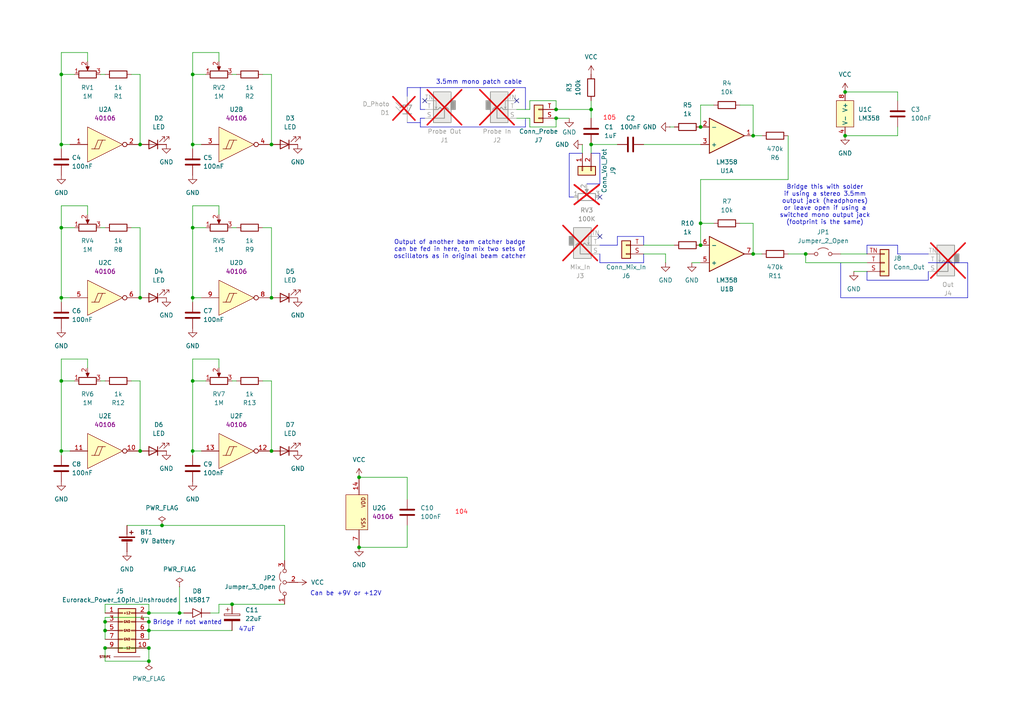
<source format=kicad_sch>
(kicad_sch (version 20250114) (generator "eeschema") (generator_version "9.0")
  (paper "A4")
  (lib_symbols
    (symbol "Conn_01x02_1" (pin_names (offset 1.016) (hide yes))
      (property "Reference" "J9" (at 0 -8.89 0))
      (property "Value" "Conn_Vol_Pot" (at 0 -6.35 0))
      (symbol "Conn_01x02_1_1_1"
        (pin passive line (at -5.08 0 0) (length 3.81) (name "Pin_1") (number "1"))
        (pin passive line (at -5.08 -2.54 0) (length 3.81) (name "Pin_2") (number "2"))
      )
    )
    (symbol "Connector_Audio:AudioJack2_SwitchT"
      (property "Reference" "J" (at 0 8.89 0))
      (property "Value" "AudioJack2_SwitchT" (at 0 6.35 0))
      (symbol "AudioJack2_SwitchT_1_1"
        (pin passive line (at 5.08 2.54 180) (length 2.54) (name "~") (number "S"))
        (pin passive line (at 5.08 0 180) (length 2.54) (name "~") (number "T"))
        (pin passive line (at 5.08 -2.54 180) (length 2.54) (name "~") (number "TN"))
      )
    )
    (symbol "Device:Battery_Cell" (pin_numbers (hide yes)) (pin_names (offset 0) (hide yes))
      (property "Reference" "BT" (at 2.54 2.54 0))
      (property "Value" "Battery_Cell" (at 2.54 0 0))
      (symbol "Battery_Cell_1_1"
        (pin passive line (at 0 5.08 270) (length 2.54) (name "+") (number "1"))
        (pin passive line (at 0 -2.54 90) (length 2.54) (name "-") (number "2"))
      )
    )
    (symbol "Device:C" (pin_numbers (hide yes)) (pin_names (offset 0.254))
      (property "Reference" "C" (at 0.635 2.54 0))
      (property "Value" "C" (at 0.635 -2.54 0))
      (symbol "C_1_1"
        (pin passive line (at 0 3.81 270) (length 2.794) (name "~") (number "1"))
        (pin passive line (at 0 -3.81 90) (length 2.794) (name "~") (number "2"))
      )
    )
    (symbol "Device:C_Polarized" (pin_numbers (hide yes)) (pin_names (offset 0.254))
      (property "Reference" "C" (at 0.635 2.54 0))
      (property "Value" "C_Polarized" (at 0.635 -2.54 0))
      (symbol "C_Polarized_1_1"
        (pin passive line (at 0 3.81 270) (length 2.794) (name "~") (number "1"))
        (pin passive line (at 0 -3.81 90) (length 2.794) (name "~") (number "2"))
      )
    )
    (symbol "Device:D_Photo" (pin_numbers (hide yes)) (pin_names (hide yes))
      (property "Reference" "D" (at 0.508 1.778 0))
      (property "Value" "D_Photo" (at -1.016 -2.794 0))
      (symbol "D_Photo_1_1"
        (pin passive line (at -5.08 0 0) (length 2.54) (name "K") (number "1"))
        (pin passive line (at 2.54 0 180) (length 2.54) (name "A") (number "2"))
      )
    )
    (symbol "Device:LED" (pin_numbers (hide yes)) (pin_names (offset 1.016) (hide yes))
      (property "Reference" "D" (at 0 2.54 0))
      (property "Value" "LED" (at 0 -2.54 0))
      (symbol "LED_1_1"
        (pin passive line (at -3.81 0 0) (length 2.54) (name "K") (number "1"))
        (pin passive line (at 3.81 0 180) (length 2.54) (name "A") (number "2"))
      )
    )
    (symbol "Device:R" (pin_numbers (hide yes)) (pin_names (offset 0))
      (property "Reference" "R" (at 2.032 0 90))
      (property "Value" "R" (at 0 0 90))
      (symbol "R_1_1"
        (pin passive line (at 0 3.81 270) (length 1.27) (name "~") (number "1"))
        (pin passive line (at 0 -3.81 90) (length 1.27) (name "~") (number "2"))
      )
    )
    (symbol "Device:R_Potentiometer" (pin_names (offset 1.016) (hide yes))
      (property "Reference" "RV" (at -4.445 0 90))
      (property "Value" "R_Potentiometer" (at -2.54 0 90))
      (symbol "R_Potentiometer_1_1"
        (pin passive line (at 0 3.81 270) (length 1.27) (name "1") (number "1"))
        (pin passive line (at 0 -3.81 90) (length 1.27) (name "3") (number "3"))
        (pin passive line (at 3.81 0 180) (length 1.27) (name "2") (number "2"))
      )
    )
    (symbol "Jumper:Jumper_2_Open" (pin_numbers (hide yes)) (pin_names (offset 0) (hide yes)) (exclude_from_sim yes)
      (property "Reference" "JP" (at 0 2.794 0))
      (property "Value" "Jumper_2_Open" (at 0 -2.286 0))
      (symbol "Jumper_2_Open_1_1"
        (pin passive line (at -5.08 0 0) (length 2.54) (name "A") (number "1"))
        (pin passive line (at 5.08 0 180) (length 2.54) (name "B") (number "2"))
      )
    )
    (symbol "Jumper:Jumper_3_Open" (pin_names (offset 0) (hide yes)) (exclude_from_sim yes) (in_bom no)
      (property "Reference" "JP" (at -2.54 -2.54 0))
      (property "Value" "Jumper_3_Open" (at 0 2.794 0))
      (symbol "Jumper_3_Open_1_1"
        (pin passive line (at -6.35 0 0) (length 2.54) (name "A") (number "1"))
        (pin passive line (at 0 -3.81 90) (length 2.54) (name "C") (number "2"))
        (pin passive line (at 6.35 0 180) (length 2.54) (name "B") (number "3"))
      )
    )
    (symbol "PCM_4ms_Connector:Conn_01x02" (pin_names (offset 1.016) (hide yes))
      (property "Reference" "J6" (at 0 -8.89 0))
      (property "Value" "Conn_01x02" (at 0 -6.35 0))
      (symbol "Conn_01x02_1_1"
        (pin passive line (at -5.08 0 0) (length 3.81) (name "Pin_1") (number "T"))
        (pin passive line (at -5.08 -2.54 0) (length 3.81) (name "Pin_2") (number "S"))
      )
    )
    (symbol "PCM_4ms_Connector:Conn_01x03" (pin_names (offset 1.016) (hide yes))
      (property "Reference" "J8" (at 2.54 1.2701 0))
      (property "Value" "Conn_Out" (at 2.54 -1.2699 0))
      (symbol "Conn_01x03_1_1"
        (pin passive line (at -5.08 2.54 0) (length 3.81) (name "Pin_1") (number "TN"))
        (pin passive line (at -5.08 0 0) (length 3.81) (name "Pin_2") (number "T"))
        (pin passive line (at -5.08 -2.54 0) (length 3.81) (name "Pin_3") (number "S"))
      )
    )
    (symbol "PCM_4ms_Connector:Eurorack_Power_10pin_Unshrouded" (pin_names (offset 0.0254) (hide yes))
      (property "Reference" "J" (at 0 3.81 0))
      (property "Value" "Eurorack_Power_10pin_Unshrouded" (at 0 6.35 0))
      (symbol "Eurorack_Power_10pin_Unshrouded_0_0"
        (text "STRIPE" (at -6.35 -11.43 0) (effects (font (size 0.635 0.635))))
        (text "+12" (at 0 1.27 0) (effects (font (size 0.635 0.635))))
        (text "GND" (at 0 -1.27 0) (effects (font (size 0.635 0.635))))
        (text "GND" (at 0 -3.81 0) (effects (font (size 0.635 0.635))))
        (text "GND" (at 0 -6.35 0) (effects (font (size 0.635 0.635))))
        (text "-12" (at 0 -8.89 0) (effects (font (size 0.635 0.635))))
      )
      (symbol "Eurorack_Power_10pin_Unshrouded_1_1"
        (pin passive line (at -6.35 1.27 0) (length 3.81) (name "+12V") (number "1"))
        (pin passive line (at -6.35 -1.27 0) (length 3.81) (name "GND") (number "3"))
        (pin passive line (at -6.35 -3.81 0) (length 3.81) (name "GND") (number "5"))
        (pin passive line (at -6.35 -6.35 0) (length 3.81) (name "GND") (number "7"))
        (pin passive line (at -6.35 -8.89 0) (length 3.81) (name "-12V") (number "9"))
        (pin passive line (at 6.35 1.27 180) (length 3.81) (name "+12V") (number "2"))
        (pin passive line (at 6.35 -1.27 180) (length 3.81) (name "GND") (number "4"))
        (pin passive line (at 6.35 -3.81 180) (length 3.81) (name "GND") (number "6"))
        (pin passive line (at 6.35 -6.35 180) (length 3.81) (name "GND") (number "8"))
        (pin passive line (at 6.35 -8.89 180) (length 3.81) (name "-12V") (number "10"))
      )
    )
    (symbol "PCM_4ms_Diode:D_Generic" (pin_numbers (hide yes)) (pin_names (offset 1.016) (hide yes))
      (property "Reference" "D" (at 0 2.54 0))
      (property "Value" "D_Generic" (at 0 -2.54 0))
      (symbol "D_Generic_1_1"
        (pin passive line (at -3.81 0 0) (length 2.54) (name "K") (number "1"))
        (pin passive line (at 3.81 0 180) (length 2.54) (name "A") (number "2"))
      )
    )
    (symbol "PCM_4ms_IC:CD40106BPWR" (pin_names (offset 1.016))
      (property "Reference" "U" (at 0 6.35 0))
      (property "Display" "40106" (at 2.54 3.81 0))
      (symbol "CD40106BPWR_1_0"
        (pin input line (at -10.16 0 0) (length 5.08) (name "I") (number "1"))
        (pin output inverted (at 10.16 0 180) (length 5.08) (name "O") (number "2"))
      )
      (symbol "CD40106BPWR_2_0"
        (pin input line (at -10.16 0 0) (length 5.08) (name "I") (number "3"))
        (pin output inverted (at 10.16 0 180) (length 5.08) (name "O") (number "4"))
      )
      (symbol "CD40106BPWR_3_0"
        (pin input line (at -10.16 0 0) (length 5.08) (name "I") (number "5"))
        (pin output inverted (at 10.16 0 180) (length 5.08) (name "O") (number "6"))
      )
      (symbol "CD40106BPWR_4_0"
        (pin input line (at -10.16 0 0) (length 5.08) (name "I") (number "9"))
        (pin output inverted (at 10.16 0 180) (length 5.08) (name "O") (number "8"))
      )
      (symbol "CD40106BPWR_5_0"
        (pin input line (at -10.16 0 0) (length 5.08) (name "I") (number "11"))
        (pin output inverted (at 10.16 0 180) (length 5.08) (name "O") (number "10"))
      )
      (symbol "CD40106BPWR_6_0"
        (pin input line (at -10.16 0 0) (length 5.08) (name "I") (number "13"))
        (pin output inverted (at 10.16 0 180) (length 5.08) (name "O") (number "12"))
      )
      (symbol "CD40106BPWR_7_0"
        (text "VDD" (at -1.27 0.635 0) (effects (font (size 1.0668 1.0668)) (justify right top)))
        (text "VSS" (at 4.572 0.635 0) (effects (font (size 1.0668 1.0668)) (justify right top)))
        (pin power_in line (at -10.16 0 0) (length 5.08) (name "VDD") (number "14"))
        (pin power_in line (at 10.16 0 180) (length 5.08) (name "VSS") (number "7"))
      )
    )
    (symbol "PCM_4ms_IC:LM358"
      (property "Reference" "U" (at 2.54 5.08 0))
      (property "Value" "LM358" (at 2.54 -3.81 0))
      (symbol "LM358_1_1"
        (pin input line (at -7.62 2.54 0) (length 2.54) (name "+") (number "3"))
        (pin input line (at -7.62 -2.54 0) (length 2.54) (name "-") (number "2"))
        (pin output line (at 7.62 0 180) (length 2.54) (name "~") (number "1"))
      )
      (symbol "LM358_2_1"
        (pin input line (at -7.62 2.54 0) (length 2.54) (name "+") (number "5"))
        (pin input line (at -7.62 -2.54 0) (length 2.54) (name "-") (number "6"))
        (pin output line (at 7.62 0 180) (length 2.54) (name "~") (number "7"))
      )
      (symbol "LM358_3_1"
        (pin power_in line (at 0 6.35 270) (length 2.54) (name "V+") (number "8"))
        (pin power_in line (at 0 -6.35 90) (length 2.54) (name "V-") (number "4"))
      )
    )
    (symbol "power:+12V" (power) (pin_numbers (hide yes)) (pin_names (offset 0) (hide yes))
      (property "Value" "+12V" (at 0 3.556 0))
      (symbol "+12V_1_1"
        (pin power_in line (at 0 0 90) (length 0) (name "~") (number "1"))
      )
    )
    (symbol "power:GND" (power) (pin_numbers (hide yes)) (pin_names (offset 0) (hide yes))
      (property "Value" "GND" (at 0 -3.81 0))
      (symbol "GND_1_1"
        (pin power_in line (at 0 0 270) (length 0) (name "~") (number "1"))
      )
    )
    (symbol "power:PWR_FLAG" (power) (pin_numbers (hide yes)) (pin_names (offset 0) (hide yes))
      (property "Value" "PWR_FLAG" (at 0 3.81 0))
      (symbol "PWR_FLAG_0_0"
        (pin power_out line (at 0 0 90) (length 0) (name "~") (number "1"))
      )
    )
  )
  (text "Output of another beam catcher badge\ncan be fed in here, to mix two sets of\noscillators as in original beam catcher" (at 133.35 72.39 0) (effects (font (size 1.27 1.27))))
  (text "105" (at 176.784 34.29 0) (effects (font (size 1.27 1.27))))
  (text "47uF" (at 71.628 182.626 0) (effects (font (size 1.27 1.27))))
  (text "Bridge if not wanted" (at 54.356 180.594 0) (effects (font (size 1.27 1.27))))
  (text "Bridge this with solder\nif using a stereo 3.5mm\noutput jack (headphones)\nor leave open if using a\nswitched mono output jack\n(footprint is the same)" (at 239.268 59.436 0) (effects (font (size 1.27 1.27))))
  (text "3.5mm mono patch cable" (at 138.938 23.876 0) (effects (font (size 1.27 1.27))))
  (text "104\n" (at 133.858 148.59 0) (effects (font (size 1.27 1.27))))
  (text "Can be +9V or +12V" (at 100.33 172.212 0) (effects (font (size 1.27 1.27))))
  (junction (at 55.88 86.36))
  (junction (at 30.48 182.88))
  (junction (at 104.14 138.43))
  (junction (at 78.74 41.91))
  (junction (at 218.44 73.66))
  (junction (at 17.78 110.49))
  (junction (at 55.88 110.49))
  (junction (at 245.11 39.37))
  (junction (at 245.11 26.67))
  (junction (at 203.2 64.77))
  (junction (at 43.18 182.88))
  (junction (at 55.88 130.81))
  (junction (at 52.07 177.8))
  (junction (at 203.2 71.12))
  (junction (at 40.64 130.81))
  (junction (at 17.78 41.91))
  (junction (at 104.14 158.75))
  (junction (at 46.99 152.4))
  (junction (at 171.45 31.75))
  (junction (at 55.88 66.04))
  (junction (at 17.78 66.04))
  (junction (at 30.48 187.96))
  (junction (at 218.44 39.37))
  (junction (at 67.31 175.26))
  (junction (at 203.2 36.83))
  (junction (at 161.29 34.29))
  (junction (at 233.68 73.66))
  (junction (at 43.18 191.77))
  (junction (at 40.64 86.36))
  (junction (at 171.45 41.91))
  (junction (at 161.29 31.75))
  (junction (at 17.78 21.59))
  (junction (at 55.88 41.91))
  (junction (at 43.18 177.8))
  (junction (at 43.18 187.96))
  (junction (at 55.88 21.59))
  (junction (at 43.18 180.34))
  (junction (at 17.78 86.36))
  (junction (at 78.74 130.81))
  (junction (at 40.64 41.91))
  (junction (at 78.74 86.36))
  (junction (at 30.48 180.34))
  (junction (at 17.78 130.81))
  (no_connect (at 123.19 29.21))
  (no_connect (at 173.99 57.15))
  (no_connect (at 149.86 29.21))
  (no_connect (at 173.99 68.58))
  (wire (pts (xy 17.78 110.49) (xy 21.59 110.49)))
  (wire (pts (xy 55.88 66.04) (xy 59.69 66.04)))
  (wire (pts (xy 149.86 31.75) (xy 153.67 31.75)))
  (polyline (pts (xy 152.4 36.83) (xy 121.92 36.83)))
  (wire (pts (xy 55.88 21.59) (xy 55.88 41.91)))
  (wire (pts (xy 63.5 15.24) (xy 55.88 15.24)))
  (wire (pts (xy 228.6 52.07) (xy 203.2 52.07)))
  (wire (pts (xy 186.69 41.91) (xy 203.2 41.91)))
  (wire (pts (xy 43.18 179.07) (xy 43.18 180.34)))
  (wire (pts (xy 55.88 110.49) (xy 59.69 110.49)))
  (wire (pts (xy 17.78 86.36) (xy 17.78 87.63)))
  (wire (pts (xy 29.21 110.49) (xy 30.48 110.49)))
  (wire (pts (xy 17.78 15.24) (xy 17.78 21.59)))
  (wire (pts (xy 30.48 180.34) (xy 30.48 182.88)))
  (wire (pts (xy 55.88 130.81) (xy 58.42 130.81)))
  (wire (pts (xy 17.78 104.14) (xy 17.78 110.49)))
  (polyline (pts (xy 251.46 78.74) (xy 251.46 81.28)))
  (wire (pts (xy 203.2 30.48) (xy 207.01 30.48)))
  (wire (pts (xy 214.63 30.48) (xy 218.44 30.48)))
  (wire (pts (xy 67.31 175.26) (xy 63.5 175.26)))
  (wire (pts (xy 220.98 73.66) (xy 218.44 73.66)))
  (polyline (pts (xy 121.92 31.75) (xy 123.19 31.75)))
  (wire (pts (xy 63.5 104.14) (xy 55.88 104.14)))
  (wire (pts (xy 17.78 66.04) (xy 21.59 66.04)))
  (wire (pts (xy 193.04 73.66) (xy 186.69 73.66)))
  (polyline (pts (xy 121.92 35.56) (xy 121.92 34.29)))
  (polyline (pts (xy 260.35 71.12) (xy 251.46 71.12)))
  (polyline (pts (xy 121.92 25.4) (xy 121.92 31.75)))
  (wire (pts (xy 38.1 21.59) (xy 40.64 21.59)))
  (wire (pts (xy 17.78 130.81) (xy 20.32 130.81)))
  (wire (pts (xy 78.74 110.49) (xy 78.74 130.81)))
  (polyline (pts (xy 121.92 34.29) (xy 123.19 34.29)))
  (wire (pts (xy 78.74 66.04) (xy 78.74 86.36)))
  (polyline (pts (xy 269.24 76.2) (xy 280.67 76.2)))
  (polyline (pts (xy 179.07 68.58) (xy 186.69 68.58)))
  (wire (pts (xy 153.67 36.83) (xy 161.29 36.83)))
  (polyline (pts (xy 260.35 73.66) (xy 260.35 71.12)))
  (polyline (pts (xy 118.11 27.94) (xy 118.11 25.4)))
  (wire (pts (xy 200.66 76.2) (xy 203.2 76.2)))
  (wire (pts (xy 25.4 15.24) (xy 17.78 15.24)))
  (wire (pts (xy 203.2 71.12) (xy 203.2 64.77)))
  (wire (pts (xy 43.18 191.77) (xy 30.48 191.77)))
  (wire (pts (xy 233.68 76.2) (xy 251.46 76.2)))
  (wire (pts (xy 218.44 30.48) (xy 218.44 39.37)))
  (polyline (pts (xy 121.92 25.4) (xy 152.4 25.4)))
  (wire (pts (xy 153.67 29.21) (xy 161.29 29.21)))
  (wire (pts (xy 82.55 152.4) (xy 46.99 152.4)))
  (wire (pts (xy 25.4 17.78) (xy 25.4 15.24)))
  (wire (pts (xy 55.88 86.36) (xy 55.88 87.63)))
  (wire (pts (xy 63.5 59.69) (xy 55.88 59.69)))
  (wire (pts (xy 203.2 64.77) (xy 207.01 64.77)))
  (wire (pts (xy 220.98 39.37) (xy 218.44 39.37)))
  (wire (pts (xy 43.18 182.88) (xy 43.18 185.42)))
  (wire (pts (xy 245.11 26.67) (xy 260.35 26.67)))
  (polyline (pts (xy 118.11 25.4) (xy 121.92 25.4)))
  (wire (pts (xy 55.88 86.36) (xy 58.42 86.36)))
  (wire (pts (xy 171.45 41.91) (xy 179.07 41.91)))
  (polyline (pts (xy 186.69 73.66) (xy 186.69 76.2)))
  (wire (pts (xy 17.78 21.59) (xy 21.59 21.59)))
  (wire (pts (xy 43.18 177.8) (xy 52.07 177.8)))
  (wire (pts (xy 63.5 106.68) (xy 63.5 104.14)))
  (wire (pts (xy 67.31 110.49) (xy 68.58 110.49)))
  (wire (pts (xy 67.31 66.04) (xy 68.58 66.04)))
  (wire (pts (xy 161.29 31.75) (xy 161.29 29.21)))
  (wire (pts (xy 30.48 182.88) (xy 30.48 185.42)))
  (wire (pts (xy 63.5 17.78) (xy 63.5 15.24)))
  (wire (pts (xy 17.78 59.69) (xy 17.78 66.04)))
  (polyline (pts (xy 173.99 73.66) (xy 173.99 76.2)))
  (wire (pts (xy 118.11 158.75) (xy 118.11 152.4)))
  (wire (pts (xy 43.18 180.34) (xy 43.18 182.88)))
  (wire (pts (xy 25.4 104.14) (xy 17.78 104.14)))
  (wire (pts (xy 38.1 110.49) (xy 40.64 110.49)))
  (polyline (pts (xy 243.84 76.2) (xy 243.84 86.36)))
  (wire (pts (xy 17.78 110.49) (xy 17.78 130.81)))
  (polyline (pts (xy 152.4 34.29) (xy 152.4 36.83)))
  (polyline (pts (xy 166.37 57.15) (xy 165.1 57.15)))
  (polyline (pts (xy 165.1 57.15) (xy 165.1 44.45)))
  (wire (pts (xy 149.86 34.29) (xy 153.67 34.29)))
  (wire (pts (xy 168.91 44.45) (xy 168.91 41.91)))
  (wire (pts (xy 82.55 162.56) (xy 82.55 152.4)))
  (wire (pts (xy 52.07 170.18) (xy 52.07 177.8)))
  (wire (pts (xy 260.35 26.67) (xy 260.35 29.21)))
  (wire (pts (xy 78.74 21.59) (xy 78.74 41.91)))
  (wire (pts (xy 67.31 21.59) (xy 68.58 21.59)))
  (wire (pts (xy 161.29 34.29) (xy 165.1 34.29)))
  (wire (pts (xy 17.78 41.91) (xy 17.78 43.18)))
  (wire (pts (xy 153.67 34.29) (xy 153.67 36.83)))
  (wire (pts (xy 194.31 36.83) (xy 195.58 36.83)))
  (wire (pts (xy 46.99 152.4) (xy 36.83 152.4)))
  (wire (pts (xy 29.21 21.59) (xy 30.48 21.59)))
  (wire (pts (xy 40.64 110.49) (xy 40.64 130.81)))
  (wire (pts (xy 243.84 73.66) (xy 251.46 73.66)))
  (polyline (pts (xy 251.46 81.28) (xy 269.24 81.28)))
  (wire (pts (xy 153.67 31.75) (xy 153.67 29.21)))
  (polyline (pts (xy 170.18 53.34) (xy 173.99 53.34)))
  (polyline (pts (xy 171.45 44.45) (xy 173.99 44.45)))
  (wire (pts (xy 247.65 78.74) (xy 251.46 78.74)))
  (wire (pts (xy 43.18 182.88) (xy 67.31 182.88)))
  (wire (pts (xy 171.45 44.45) (xy 171.45 41.91)))
  (polyline (pts (xy 269.24 73.66) (xy 260.35 73.66)))
  (polyline (pts (xy 243.84 86.36) (xy 280.67 86.36)))
  (wire (pts (xy 30.48 175.26) (xy 43.18 175.26)))
  (wire (pts (xy 193.04 76.2) (xy 193.04 73.66)))
  (wire (pts (xy 55.88 41.91) (xy 55.88 43.18)))
  (wire (pts (xy 171.45 31.75) (xy 171.45 34.29)))
  (wire (pts (xy 76.2 66.04) (xy 78.74 66.04)))
  (wire (pts (xy 161.29 31.75) (xy 171.45 31.75)))
  (wire (pts (xy 30.48 180.34) (xy 30.48 179.07)))
  (wire (pts (xy 260.35 39.37) (xy 245.11 39.37)))
  (wire (pts (xy 76.2 110.49) (xy 78.74 110.49)))
  (polyline (pts (xy 165.1 44.45) (xy 168.91 44.45)))
  (wire (pts (xy 17.78 41.91) (xy 20.32 41.91)))
  (wire (pts (xy 55.88 41.91) (xy 58.42 41.91)))
  (wire (pts (xy 30.48 179.07) (xy 43.18 179.07)))
  (wire (pts (xy 25.4 59.69) (xy 17.78 59.69)))
  (wire (pts (xy 203.2 36.83) (xy 203.2 30.48)))
  (wire (pts (xy 25.4 106.68) (xy 25.4 104.14)))
  (wire (pts (xy 52.07 177.8) (xy 53.34 177.8)))
  (polyline (pts (xy 179.07 71.12) (xy 179.07 68.58)))
  (polyline (pts (xy 186.69 76.2) (xy 173.99 76.2)))
  (wire (pts (xy 76.2 21.59) (xy 78.74 21.59)))
  (wire (pts (xy 38.1 66.04) (xy 40.64 66.04)))
  (polyline (pts (xy 186.69 68.58) (xy 186.69 71.12)))
  (wire (pts (xy 218.44 64.77) (xy 218.44 73.66)))
  (polyline (pts (xy 118.11 35.56) (xy 121.92 35.56)))
  (polyline (pts (xy 269.24 78.74) (xy 269.24 81.28)))
  (wire (pts (xy 17.78 21.59) (xy 17.78 41.91)))
  (polyline (pts (xy 173.99 71.12) (xy 179.07 71.12)))
  (wire (pts (xy 55.88 130.81) (xy 55.88 132.08)))
  (wire (pts (xy 63.5 62.23) (xy 63.5 59.69)))
  (polyline (pts (xy 280.67 76.2) (xy 280.67 86.36)))
  (wire (pts (xy 203.2 52.07) (xy 203.2 64.77)))
  (wire (pts (xy 67.31 175.26) (xy 82.55 175.26)))
  (wire (pts (xy 228.6 39.37) (xy 228.6 52.07)))
  (wire (pts (xy 30.48 187.96) (xy 43.18 187.96)))
  (wire (pts (xy 55.88 104.14) (xy 55.88 110.49)))
  (wire (pts (xy 104.14 158.75) (xy 118.11 158.75)))
  (wire (pts (xy 25.4 62.23) (xy 25.4 59.69)))
  (wire (pts (xy 260.35 36.83) (xy 260.35 39.37)))
  (wire (pts (xy 161.29 34.29) (xy 161.29 36.83)))
  (wire (pts (xy 63.5 177.8) (xy 60.96 177.8)))
  (wire (pts (xy 214.63 64.77) (xy 218.44 64.77)))
  (polyline (pts (xy 152.4 25.4) (xy 152.4 31.75)))
  (wire (pts (xy 55.88 66.04) (xy 55.88 86.36)))
  (wire (pts (xy 118.11 138.43) (xy 118.11 144.78)))
  (wire (pts (xy 17.78 86.36) (xy 20.32 86.36)))
  (wire (pts (xy 17.78 130.81) (xy 17.78 132.08)))
  (wire (pts (xy 43.18 187.96) (xy 43.18 191.77)))
  (wire (pts (xy 40.64 21.59) (xy 40.64 41.91)))
  (wire (pts (xy 30.48 187.96) (xy 30.48 191.77)))
  (wire (pts (xy 29.21 66.04) (xy 30.48 66.04)))
  (wire (pts (xy 104.14 138.43) (xy 118.11 138.43)))
  (polyline (pts (xy 121.92 35.56) (xy 121.92 36.83)))
  (wire (pts (xy 30.48 177.8) (xy 30.48 175.26)))
  (wire (pts (xy 228.6 73.66) (xy 233.68 73.66)))
  (polyline (pts (xy 173.99 53.34) (xy 173.99 44.45)))
  (wire (pts (xy 186.69 71.12) (xy 195.58 71.12)))
  (wire (pts (xy 55.88 21.59) (xy 59.69 21.59)))
  (wire (pts (xy 63.5 175.26) (xy 63.5 177.8)))
  (wire (pts (xy 55.88 110.49) (xy 55.88 130.81)))
  (wire (pts (xy 55.88 15.24) (xy 55.88 21.59)))
  (wire (pts (xy 233.68 73.66) (xy 233.68 76.2)))
  (wire (pts (xy 171.45 29.21) (xy 171.45 31.75)))
  (wire (pts (xy 40.64 66.04) (xy 40.64 86.36)))
  (wire (pts (xy 43.18 175.26) (xy 43.18 177.8)))
  (wire (pts (xy 55.88 59.69) (xy 55.88 66.04)))
  (polyline (pts (xy 251.46 71.12) (xy 251.46 73.66)))
  (wire (pts (xy 17.78 66.04) (xy 17.78 86.36)))
  (symbol (lib_id "Device:R") (at 199.39 71.12 270) (mirror x) (unit 1)
    (property "Reference" "R10" (at 199.39 64.77 90))
    (property "Value" "1k" (at 199.39 67.31 90))
    (property "Footprint" "Resistor_THT:R_Axial_DIN0207_L6.3mm_D2.5mm_P10.16mm_Horizontal" (effects (hide yes)))
    (property "Description" "Resistor" (effects (hide yes)))
  )
  (symbol (lib_id "power:GND") (at 17.78 139.7 0) (unit 1)
    (property "Reference" "#PWR021" (effects (hide yes)))
    (property "Value" "GND" (at 17.78 144.78 0))
    (property "Description" "Power symbol creates a global label with name \"GND\" , ground" (effects (hide yes)))
  )
  (symbol (lib_id "Device:C") (at 118.11 148.59 0) (unit 1)
    (property "Reference" "C10" (at 121.92 147.3199 0) (effects (justify left)))
    (property "Value" "100nF" (at 121.92 149.8599 0) (effects (justify left)))
    (property "Footprint" "Capacitor_THT:C_Axial_L3.8mm_D2.6mm_P7.50mm_Horizontal" (effects (hide yes)))
    (property "Description" "Unpolarized capacitor" (effects (hide yes)))
  )
  (symbol (lib_id "Device:R_Potentiometer") (at 25.4 66.04 90) (unit 1)
    (property "Reference" "RV4" (at 25.4 69.85 90))
    (property "Value" "1M" (at 25.4 72.39 90))
    (property "Footprint" "Potentiometer_THT:Potentiometer_Runtron_RM-065_Vertical" (effects (hide yes)))
    (property "Description" "Potentiometer" (effects (hide yes)))
  )
  (symbol (lib_id "power:+12V") (at 86.36 168.91 270) (unit 1)
    (property "Reference" "#PWR026" (effects (hide yes)))
    (property "Value" "VCC" (at 90.17 168.9099 90) (effects (justify left)))
    (property "Description" "Power symbol creates a global label with name \"+12V\"" (effects (hide yes)))
  )
  (symbol (lib_id "Device:C") (at 17.78 46.99 0) (unit 1)
    (property "Reference" "C4" (at 20.828 45.72 0) (effects (justify left)))
    (property "Value" "100nF" (at 20.828 48.26 0) (effects (justify left)))
    (property "Footprint" "Capacitor_THT:C_Axial_L3.8mm_D2.6mm_P7.50mm_Horizontal" (effects (hide yes)))
    (property "Description" "Unpolarized capacitor" (effects (hide yes)))
    (property "Silkscreen Value" "104" (effects (hide yes)))
  )
  (symbol (lib_id "PCM_4ms_IC:CD40106BPWR") (at 30.48 41.91 0) (unit 1)
    (property "Reference" "U2" (at 30.48 31.75 0))
    (property "Value" "CD40106BPWR" (effects (hide yes)))
    (property "Footprint" "Package_DIP:DIP-14_W7.62mm" (effects (hide yes)))
    (property "Datasheet" "https://www.ti.com/lit/ds/symlink/cd40106b.pdf?HQS=dis-mous-null-mousermode-dsf-pf-null-wwe&ts=1624570529286&ref_url=https%253A%252F%252Fwww.mouser.com%252F" (effects (hide yes)))
    (property "Specifications" "CMOS, Hex Inverting Schmitt Trigger, TSSOP-14" (effects (hide yes)))
    (property "Manufacturer" "Texas Instruments" (effects (hide yes)))
    (property "Part Number" "CD40106BPWR" (effects (hide yes)))
    (property "Manufacturer 2" "Texas Instruments" (effects (hide yes)))
    (property "Part Number 2" "CD40106BPWR" (effects (hide yes)))
    (property "Display" "40106" (at 30.48 34.29 0))
    (property "JLCPCB ID" "C58834" (effects (hide yes)))
  )
  (symbol (lib_id "power:+12V") (at 171.45 21.59 0) (unit 1)
    (property "Reference" "#PWR01" (effects (hide yes)))
    (property "Value" "VCC" (at 171.45 16.51 0))
    (property "Description" "Power symbol creates a global label with name \"+12V\"" (effects (hide yes)))
  )
  (symbol (lib_id "PCM_4ms_IC:CD40106BPWR") (at 68.58 130.81 0) (unit 6)
    (property "Reference" "U2" (at 68.58 120.65 0))
    (property "Value" "CD40106BPWR" (effects (hide yes)))
    (property "Footprint" "Package_DIP:DIP-14_W7.62mm" (effects (hide yes)))
    (property "Datasheet" "https://www.ti.com/lit/ds/symlink/cd40106b.pdf?HQS=dis-mous-null-mousermode-dsf-pf-null-wwe&ts=1624570529286&ref_url=https%253A%252F%252Fwww.mouser.com%252F" (effects (hide yes)))
    (property "Specifications" "CMOS, Hex Inverting Schmitt Trigger, TSSOP-14" (effects (hide yes)))
    (property "Manufacturer" "Texas Instruments" (effects (hide yes)))
    (property "Part Number" "CD40106BPWR" (effects (hide yes)))
    (property "Manufacturer 2" "Texas Instruments" (effects (hide yes)))
    (property "Part Number 2" "CD40106BPWR" (effects (hide yes)))
    (property "Display" "40106" (at 68.58 123.19 0))
    (property "JLCPCB ID" "C58834" (effects (hide yes)))
  )
  (symbol (lib_id "Device:R_Potentiometer") (at 25.4 110.49 90) (unit 1)
    (property "Reference" "RV6" (at 25.4 114.3 90))
    (property "Value" "1M" (at 25.4 116.84 90))
    (property "Footprint" "Potentiometer_THT:Potentiometer_Runtron_RM-065_Vertical" (effects (hide yes)))
    (property "Description" "Potentiometer" (effects (hide yes)))
  )
  (symbol (lib_id "Device:R_Potentiometer") (at 63.5 66.04 90) (unit 1)
    (property "Reference" "RV5" (at 63.5 69.85 90))
    (property "Value" "1M" (at 63.5 72.39 90))
    (property "Footprint" "Potentiometer_THT:Potentiometer_Runtron_RM-065_Vertical" (effects (hide yes)))
    (property "Description" "Potentiometer" (effects (hide yes)))
  )
  (symbol (lib_id "power:GND") (at 48.26 41.91 0) (unit 1)
    (property "Reference" "#PWR05" (effects (hide yes)))
    (property "Value" "GND" (at 48.26 46.99 0))
    (property "Description" "Power symbol creates a global label with name \"GND\" , ground" (effects (hide yes)))
  )
  (symbol (lib_id "Device:LED") (at 82.55 86.36 180) (unit 1)
    (property "Reference" "D5" (at 84.1375 78.74 0))
    (property "Value" "LED" (at 84.1375 81.28 0))
    (property "Footprint" "LED_THT:LED_D5.0mm" (effects (hide yes)))
    (property "Description" "Light emitting diode" (effects (hide yes)))
    (property "Sim.Pins" "1=K 2=A" (effects (hide yes)))
  )
  (symbol (lib_id "power:PWR_FLAG") (at 43.18 191.77 180) (unit 1)
    (property "Reference" "#FLG03" (effects (hide yes)))
    (property "Value" "PWR_FLAG" (at 43.18 196.85 0))
    (property "Description" "Special symbol for telling ERC where power comes from" (effects (hide yes)))
  )
  (symbol (lib_id "PCM_4ms_IC:CD40106BPWR") (at 30.48 130.81 0) (unit 5)
    (property "Reference" "U2" (at 30.48 120.65 0))
    (property "Value" "CD40106BPWR" (effects (hide yes)))
    (property "Footprint" "Package_DIP:DIP-14_W7.62mm" (effects (hide yes)))
    (property "Datasheet" "https://www.ti.com/lit/ds/symlink/cd40106b.pdf?HQS=dis-mous-null-mousermode-dsf-pf-null-wwe&ts=1624570529286&ref_url=https%253A%252F%252Fwww.mouser.com%252F" (effects (hide yes)))
    (property "Specifications" "CMOS, Hex Inverting Schmitt Trigger, TSSOP-14" (effects (hide yes)))
    (property "Manufacturer" "Texas Instruments" (effects (hide yes)))
    (property "Part Number" "CD40106BPWR" (effects (hide yes)))
    (property "Manufacturer 2" "Texas Instruments" (effects (hide yes)))
    (property "Part Number 2" "CD40106BPWR" (effects (hide yes)))
    (property "Display" "40106" (at 30.48 123.19 0))
    (property "JLCPCB ID" "C58834" (effects (hide yes)))
  )
  (symbol (lib_id "PCM_4ms_IC:LM358") (at 245.11 33.02 0) (unit 3)
    (property "Reference" "U1" (at 248.92 31.7499 0) (effects (justify left)))
    (property "Value" "LM358" (at 248.92 34.2899 0) (effects (justify left)))
    (property "Footprint" "Package_DIP:DIP-8_W7.62mm" (effects (hide yes)))
    (property "Description" "LM358 Dual Opamp TSSOP-8" (effects (hide yes)))
    (property "Specifications" "LM358 Dual Opamp" (effects (hide yes)))
    (property "JLCPCB ID" "C7951" (effects (hide yes)))
  )
  (symbol (lib_id "Device:R") (at 34.29 66.04 90) (mirror x) (unit 1)
    (property "Reference" "R8" (at 34.29 72.39 90))
    (property "Value" "1k" (at 34.29 69.85 90))
    (property "Footprint" "Resistor_THT:R_Axial_DIN0207_L6.3mm_D2.5mm_P10.16mm_Horizontal" (effects (hide yes)))
    (property "Description" "Resistor" (effects (hide yes)))
  )
  (symbol (lib_id "Device:LED") (at 82.55 130.81 180) (unit 1)
    (property "Reference" "D7" (at 84.1375 123.19 0))
    (property "Value" "LED" (at 84.1375 125.73 0))
    (property "Footprint" "LED_THT:LED_D5.0mm" (effects (hide yes)))
    (property "Description" "Light emitting diode" (effects (hide yes)))
    (property "Sim.Pins" "1=K 2=A" (effects (hide yes)))
  )
  (symbol (lib_name "Conn_01x02_1") (lib_id "PCM_4ms_Connector:Conn_01x02") (at 168.91 49.53 90) (mirror x) (unit 1)
    (property "Reference" "J9" (at 177.8 49.53 0))
    (property "Value" "Conn_Vol_Pot" (at 175.26 49.53 0))
    (property "Footprint" "Connector_PinHeader_2.54mm:PinHeader_1x02_P2.54mm_Vertical" (effects (hide yes)))
    (property "Description" "HEADER 1x2 MALE PINS 0.100” 180deg" (effects (hide yes)))
    (property "Specifications" "Pins_01x02, Header, Male Pins, 1*2, spacing 2.54mm, straight pin" (effects (hide yes)))
    (property "Manufacturer" "TAD" (effects (hide yes)))
    (property "Part Number" "1-0201FBV0T" (effects (hide yes)))
  )
  (symbol (lib_id "PCM_4ms_IC:LM358") (at 210.82 39.37 0) (mirror x) (unit 1)
    (property "Reference" "U1" (at 210.82 49.53 0))
    (property "Value" "LM358" (at 210.82 46.99 0))
    (property "Footprint" "Package_DIP:DIP-8_W7.62mm" (effects (hide yes)))
    (property "Description" "LM358 Dual Opamp TSSOP-8" (effects (hide yes)))
    (property "Specifications" "LM358 Dual Opamp" (effects (hide yes)))
    (property "JLCPCB ID" "C7951" (effects (hide yes)))
  )
  (symbol (lib_id "Connector_Audio:AudioJack2_SwitchT") (at 168.91 71.12 0) (mirror x) (unit 1) (dnp yes)
    (property "Reference" "J3" (at 168.275 80.01 0))
    (property "Value" "Mix_In" (at 168.275 77.47 0))
    (property "Footprint" "Library:Faceplate_Hole_Jack_3.5mm_NoPadNumber" (effects (hide yes)))
    (property "Description" "Audio Jack, 2 Poles (Mono / TS), Switched T Pole (Normalling)" (effects (hide yes)))
  )
  (symbol (lib_id "power:GND") (at 55.88 50.8 0) (unit 1)
    (property "Reference" "#PWR09" (effects (hide yes)))
    (property "Value" "GND" (at 55.88 55.88 0))
    (property "Description" "Power symbol creates a global label with name \"GND\" , ground" (effects (hide yes)))
  )
  (symbol (lib_id "Device:C") (at 260.35 33.02 0) (unit 1)
    (property "Reference" "C3" (at 264.16 31.7499 0) (effects (justify left)))
    (property "Value" "100nF" (at 264.16 34.2899 0) (effects (justify left)))
    (property "Footprint" "Capacitor_THT:C_Axial_L3.8mm_D2.6mm_P7.50mm_Horizontal" (effects (hide yes)))
    (property "Description" "Unpolarized capacitor" (effects (hide yes)))
  )
  (symbol (lib_id "PCM_4ms_Connector:Conn_01x02") (at 181.61 71.12 0) (mirror y) (unit 1)
    (property "Reference" "J6" (at 181.61 80.01 0))
    (property "Value" "Conn_Mix_In" (at 181.61 77.47 0))
    (property "Footprint" "Connector_PinHeader_2.54mm:PinHeader_1x02_P2.54mm_Vertical" (effects (hide yes)))
    (property "Description" "HEADER 1x2 MALE PINS 0.100” 180deg" (effects (hide yes)))
    (property "Specifications" "Pins_01x02, Header, Male Pins, 1*2, spacing 2.54mm, straight pin" (effects (hide yes)))
    (property "Manufacturer" "TAD" (effects (hide yes)))
    (property "Part Number" "1-0201FBV0T" (effects (hide yes)))
  )
  (symbol (lib_id "Device:R_Potentiometer") (at 63.5 110.49 90) (unit 1)
    (property "Reference" "RV7" (at 63.5 114.3 90))
    (property "Value" "1M" (at 63.5 116.84 90))
    (property "Footprint" "Potentiometer_THT:Potentiometer_Runtron_RM-065_Vertical" (effects (hide yes)))
    (property "Description" "Potentiometer" (effects (hide yes)))
  )
  (symbol (lib_id "Device:R") (at 72.39 21.59 90) (mirror x) (unit 1)
    (property "Reference" "R2" (at 72.39 27.94 90))
    (property "Value" "1k" (at 72.39 25.4 90))
    (property "Footprint" "Resistor_THT:R_Axial_DIN0207_L6.3mm_D2.5mm_P10.16mm_Horizontal" (effects (hide yes)))
    (property "Description" "Resistor" (effects (hide yes)))
  )
  (symbol (lib_id "Device:R") (at 34.29 110.49 90) (mirror x) (unit 1)
    (property "Reference" "R12" (at 34.29 116.84 90))
    (property "Value" "1k" (at 34.29 114.3 90))
    (property "Footprint" "Resistor_THT:R_Axial_DIN0207_L6.3mm_D2.5mm_P10.16mm_Horizontal" (effects (hide yes)))
    (property "Description" "Resistor" (effects (hide yes)))
  )
  (symbol (lib_id "Device:R") (at 199.39 36.83 270) (mirror x) (unit 1)
    (property "Reference" "R5" (at 199.39 30.48 90))
    (property "Value" "1k" (at 199.39 33.02 90))
    (property "Footprint" "Resistor_THT:R_Axial_DIN0207_L6.3mm_D2.5mm_P10.16mm_Horizontal" (effects (hide yes)))
    (property "Description" "Resistor" (effects (hide yes)))
  )
  (symbol (lib_id "PCM_4ms_Connector:Conn_01x03") (at 256.54 76.2 0) (unit 1)
    (property "Reference" "J8" (at 259.08 74.9299 0) (effects (justify left)))
    (property "Value" "Conn_Out" (at 259.08 77.4699 0) (effects (justify left)))
    (property "Footprint" "Connector_PinHeader_2.54mm:PinHeader_1x03_P2.54mm_Vertical" (effects (hide yes)))
    (property "Description" "HEADER 1x3 MALE PINS 0.100” 180deg" (effects (hide yes)))
    (property "Specifications" "HEADER 1x3 MALE PINS 0.100” 180deg" (effects (hide yes)))
    (property "Manufacturer" "TAD" (effects (hide yes)))
    (property "Part Number" "1-0301FBV0T" (effects (hide yes)))
  )
  (symbol (lib_id "power:+12V") (at 104.14 138.43 0) (unit 1)
    (property "Reference" "#PWR020" (effects (hide yes)))
    (property "Value" "VCC" (at 104.14 133.35 0))
    (property "Description" "Power symbol creates a global label with name \"+12V\"" (effects (hide yes)))
  )
  (symbol (lib_id "Device:R_Potentiometer") (at 63.5 21.59 90) (unit 1)
    (property "Reference" "RV2" (at 63.5 25.4 90))
    (property "Value" "1M" (at 63.5 27.94 90))
    (property "Footprint" "Potentiometer_THT:Potentiometer_Runtron_RM-065_Vertical" (effects (hide yes)))
    (property "Description" "Potentiometer" (effects (hide yes)))
  )
  (symbol (lib_id "PCM_4ms_IC:LM358") (at 210.82 73.66 0) (mirror x) (unit 2)
    (property "Reference" "U1" (at 210.82 83.82 0))
    (property "Value" "LM358" (at 210.82 81.28 0))
    (property "Footprint" "Package_DIP:DIP-8_W7.62mm" (effects (hide yes)))
    (property "Description" "LM358 Dual Opamp TSSOP-8" (effects (hide yes)))
    (property "Specifications" "LM358 Dual Opamp" (effects (hide yes)))
    (property "JLCPCB ID" "C7951" (effects (hide yes)))
  )
  (symbol (lib_id "power:GND") (at 194.31 36.83 270) (unit 1)
    (property "Reference" "#PWR03" (effects (hide yes)))
    (property "Value" "GND" (at 190.5 36.8299 90) (effects (justify right)))
    (property "Description" "Power symbol creates a global label with name \"GND\" , ground" (effects (hide yes)))
  )
  (symbol (lib_id "Device:C") (at 182.88 41.91 90) (unit 1)
    (property "Reference" "C2" (at 182.88 34.29 90))
    (property "Value" "100nF" (at 182.88 36.83 90))
    (property "Footprint" "Capacitor_THT:C_Axial_L3.8mm_D2.6mm_P7.50mm_Horizontal" (effects (hide yes)))
    (property "Description" "Unpolarized capacitor" (effects (hide yes)))
    (property "Silkscreen Value" "104" (effects (hide yes)))
  )
  (symbol (lib_id "power:GND") (at 104.14 158.75 0) (unit 1)
    (property "Reference" "#PWR024" (effects (hide yes)))
    (property "Value" "GND" (at 104.14 163.83 0))
    (property "Description" "Power symbol creates a global label with name \"GND\" , ground" (effects (hide yes)))
  )
  (symbol (lib_id "Device:R") (at 34.29 21.59 90) (mirror x) (unit 1)
    (property "Reference" "R1" (at 34.29 27.94 90))
    (property "Value" "1k" (at 34.29 25.4 90))
    (property "Footprint" "Resistor_THT:R_Axial_DIN0207_L6.3mm_D2.5mm_P10.16mm_Horizontal" (effects (hide yes)))
    (property "Description" "Resistor" (effects (hide yes)))
  )
  (symbol (lib_id "Jumper:Jumper_3_Open") (at 82.55 168.91 90) (unit 1) (in_bom no)
    (property "Reference" "JP2" (at 80.01 167.6399 90) (effects (justify left)))
    (property "Value" "Jumper_3_Open" (at 80.01 170.1799 90) (effects (justify left)))
    (property "Footprint" "Jumper:SolderJumper-3_P1.3mm_Open_RoundedPad1.0x1.5mm" (effects (hide yes)))
    (property "Description" "Jumper, 3-pole, both open" (effects (hide yes)))
  )
  (symbol (lib_id "Device:R") (at 210.82 64.77 90) (unit 1)
    (property "Reference" "R7" (at 210.82 58.42 90))
    (property "Value" "10k" (at 210.82 60.96 90))
    (property "Footprint" "Resistor_THT:R_Axial_DIN0207_L6.3mm_D2.5mm_P10.16mm_Horizontal" (effects (hide yes)))
    (property "Description" "Resistor" (effects (hide yes)))
  )
  (symbol (lib_id "Connector_Audio:AudioJack2_SwitchT") (at 128.27 31.75 180) (unit 1) (on_board no) (dnp yes)
    (property "Reference" "J1" (at 128.905 40.64 0))
    (property "Value" "Probe Out" (at 128.905 38.1 0))
    (property "Description" "Audio Jack, 2 Poles (Mono / TS), Switched T Pole (Normalling)" (effects (hide yes)))
  )
  (symbol (lib_id "power:GND") (at 48.26 86.36 0) (unit 1)
    (property "Reference" "#PWR014" (effects (hide yes)))
    (property "Value" "GND" (at 48.26 91.44 0))
    (property "Description" "Power symbol creates a global label with name \"GND\" , ground" (effects (hide yes)))
  )
  (symbol (lib_id "power:GND") (at 55.88 139.7 0) (unit 1)
    (property "Reference" "#PWR022" (effects (hide yes)))
    (property "Value" "GND" (at 55.88 144.78 0))
    (property "Description" "Power symbol creates a global label with name \"GND\" , ground" (effects (hide yes)))
  )
  (symbol (lib_id "Connector_Audio:AudioJack2_SwitchT") (at 144.78 31.75 0) (mirror x) (unit 1) (dnp yes)
    (property "Reference" "J2" (at 144.145 40.64 0))
    (property "Value" "Probe In" (at 144.145 38.1 0))
    (property "Footprint" "Library:Faceplate_Hole_Jack_3.5mm_NoPadNumber" (effects (hide yes)))
    (property "Description" "Audio Jack, 2 Poles (Mono / TS), Switched T Pole (Normalling)" (effects (hide yes)))
  )
  (symbol (lib_id "Device:C_Polarized") (at 67.31 179.07 0) (unit 1)
    (property "Reference" "C11" (at 71.12 176.9109 0) (effects (justify left)))
    (property "Value" "22uF" (at 71.12 179.4509 0) (effects (justify left)))
    (property "Footprint" "Capacitor_THT:CP_Radial_D5.0mm_P2.50mm" (effects (hide yes)))
    (property "Description" "Polarized capacitor" (effects (hide yes)))
  )
  (symbol (lib_id "Device:R") (at 72.39 66.04 90) (mirror x) (unit 1)
    (property "Reference" "R9" (at 72.39 72.39 90))
    (property "Value" "1k" (at 72.39 69.85 90))
    (property "Footprint" "Resistor_THT:R_Axial_DIN0207_L6.3mm_D2.5mm_P10.16mm_Horizontal" (effects (hide yes)))
    (property "Description" "Resistor" (effects (hide yes)))
  )
  (symbol (lib_id "power:GND") (at 86.36 41.91 0) (unit 1)
    (property "Reference" "#PWR06" (effects (hide yes)))
    (property "Value" "GND" (at 86.36 46.99 0))
    (property "Description" "Power symbol creates a global label with name \"GND\" , ground" (effects (hide yes)))
  )
  (symbol (lib_id "power:GND") (at 48.26 130.81 0) (unit 1)
    (property "Reference" "#PWR018" (effects (hide yes)))
    (property "Value" "GND" (at 48.26 135.89 0))
    (property "Description" "Power symbol creates a global label with name \"GND\" , ground" (effects (hide yes)))
  )
  (symbol (lib_id "power:GND") (at 17.78 95.25 0) (unit 1)
    (property "Reference" "#PWR016" (effects (hide yes)))
    (property "Value" "GND" (at 17.78 100.33 0))
    (property "Description" "Power symbol creates a global label with name \"GND\" , ground" (effects (hide yes)))
  )
  (symbol (lib_id "power:GND") (at 165.1 34.29 0) (unit 1)
    (property "Reference" "#PWR02" (effects (hide yes)))
    (property "Value" "GND" (at 165.1 38.354 0))
    (property "Description" "Power symbol creates a global label with name \"GND\" , ground" (effects (hide yes)))
  )
  (symbol (lib_id "PCM_4ms_IC:CD40106BPWR") (at 68.58 86.36 0) (unit 4)
    (property "Reference" "U2" (at 68.58 76.2 0))
    (property "Value" "CD40106BPWR" (effects (hide yes)))
    (property "Footprint" "Package_DIP:DIP-14_W7.62mm" (effects (hide yes)))
    (property "Datasheet" "https://www.ti.com/lit/ds/symlink/cd40106b.pdf?HQS=dis-mous-null-mousermode-dsf-pf-null-wwe&ts=1624570529286&ref_url=https%253A%252F%252Fwww.mouser.com%252F" (effects (hide yes)))
    (property "Specifications" "CMOS, Hex Inverting Schmitt Trigger, TSSOP-14" (effects (hide yes)))
    (property "Manufacturer" "Texas Instruments" (effects (hide yes)))
    (property "Part Number" "CD40106BPWR" (effects (hide yes)))
    (property "Manufacturer 2" "Texas Instruments" (effects (hide yes)))
    (property "Part Number 2" "CD40106BPWR" (effects (hide yes)))
    (property "Display" "40106" (at 68.58 78.74 0))
    (property "JLCPCB ID" "C58834" (effects (hide yes)))
  )
  (symbol (lib_id "Device:R") (at 224.79 39.37 90) (mirror x) (unit 1)
    (property "Reference" "R6" (at 224.79 45.72 90))
    (property "Value" "470k" (at 224.79 43.18 90))
    (property "Footprint" "Resistor_THT:R_Axial_DIN0207_L6.3mm_D2.5mm_P10.16mm_Horizontal" (effects (hide yes)))
    (property "Description" "Resistor" (effects (hide yes)))
  )
  (symbol (lib_id "power:GND") (at 17.78 50.8 0) (unit 1)
    (property "Reference" "#PWR08" (effects (hide yes)))
    (property "Value" "GND" (at 17.78 55.88 0))
    (property "Description" "Power symbol creates a global label with name \"GND\" , ground" (effects (hide yes)))
  )
  (symbol (lib_id "Device:C") (at 55.88 46.99 0) (unit 1)
    (property "Reference" "C5" (at 58.928 45.72 0) (effects (justify left)))
    (property "Value" "100nF" (at 58.928 48.26 0) (effects (justify left)))
    (property "Footprint" "Capacitor_THT:C_Axial_L3.8mm_D2.6mm_P7.50mm_Horizontal" (effects (hide yes)))
    (property "Description" "Unpolarized capacitor" (effects (hide yes)))
    (property "Silkscreen Value" "104" (effects (hide yes)))
  )
  (symbol (lib_id "Device:C") (at 55.88 135.89 0) (unit 1)
    (property "Reference" "C9" (at 58.928 134.62 0) (effects (justify left)))
    (property "Value" "100nF" (at 58.928 137.16 0) (effects (justify left)))
    (property "Footprint" "Capacitor_THT:C_Axial_L3.8mm_D2.6mm_P7.50mm_Horizontal" (effects (hide yes)))
    (property "Description" "Unpolarized capacitor" (effects (hide yes)))
    (property "Silkscreen Value" "104" (effects (hide yes)))
  )
  (symbol (lib_id "Device:Battery_Cell") (at 36.83 157.48 0) (unit 1)
    (property "Reference" "BT1" (at 40.64 154.3684 0) (effects (justify left)))
    (property "Value" "9V Battery" (at 40.64 156.9084 0) (effects (justify left)))
    (property "Footprint" "Connector_PinHeader_2.54mm:PinHeader_1x02_P2.54mm_Vertical" (effects (hide yes)))
    (property "Description" "Single-cell battery" (effects (hide yes)))
  )
  (symbol (lib_id "Device:R") (at 224.79 73.66 90) (mirror x) (unit 1)
    (property "Reference" "R11" (at 224.79 80.01 90))
    (property "Value" "470k" (at 224.79 77.47 90))
    (property "Footprint" "Resistor_THT:R_Axial_DIN0207_L6.3mm_D2.5mm_P10.16mm_Horizontal" (effects (hide yes)))
    (property "Description" "Resistor" (effects (hide yes)))
  )
  (symbol (lib_id "Device:R_Potentiometer") (at 170.18 57.15 90) (unit 1) (dnp yes)
    (property "Reference" "RV3" (at 170.18 60.96 90))
    (property "Value" "100K" (at 170.18 63.5 90))
    (property "Footprint" "Library:Faceplate_Hole_Jack_3.5mm_NoPadNumber" (effects (hide yes)))
    (property "Description" "Potentiometer" (effects (hide yes)))
  )
  (symbol (lib_id "Device:LED") (at 44.45 41.91 180) (unit 1)
    (property "Reference" "D2" (at 46.0375 34.29 0))
    (property "Value" "LED" (at 46.0375 36.83 0))
    (property "Footprint" "LED_THT:LED_D5.0mm" (effects (hide yes)))
    (property "Description" "Light emitting diode" (effects (hide yes)))
    (property "Sim.Pins" "1=K 2=A" (effects (hide yes)))
  )
  (symbol (lib_id "power:PWR_FLAG") (at 46.99 152.4 0) (unit 1)
    (property "Reference" "#FLG01" (effects (hide yes)))
    (property "Value" "PWR_FLAG" (at 46.99 147.32 0))
    (property "Description" "Special symbol for telling ERC where power comes from" (effects (hide yes)))
  )
  (symbol (lib_id "power:GND") (at 200.66 76.2 0) (unit 1)
    (property "Reference" "#PWR012" (effects (hide yes)))
    (property "Value" "GND" (at 200.66 81.28 0))
    (property "Description" "Power symbol creates a global label with name \"GND\" , ground" (effects (hide yes)))
  )
  (symbol (lib_id "Jumper:Jumper_2_Open") (at 238.76 73.66 0) (unit 1)
    (property "Reference" "JP1" (at 238.76 67.31 0))
    (property "Value" "Jumper_2_Open" (at 238.76 69.85 0))
    (property "Footprint" "Jumper:SolderJumper-2_P1.3mm_Open_RoundedPad1.0x1.5mm" (effects (hide yes)))
    (property "Description" "Jumper, 2-pole, open" (effects (hide yes)))
  )
  (symbol (lib_id "Device:C") (at 55.88 91.44 0) (unit 1)
    (property "Reference" "C7" (at 58.928 90.17 0) (effects (justify left)))
    (property "Value" "100nF" (at 58.928 92.71 0) (effects (justify left)))
    (property "Footprint" "Capacitor_THT:C_Axial_L3.8mm_D2.6mm_P7.50mm_Horizontal" (effects (hide yes)))
    (property "Description" "Unpolarized capacitor" (effects (hide yes)))
    (property "Silkscreen Value" "104" (effects (hide yes)))
  )
  (symbol (lib_id "power:GND") (at 245.11 39.37 0) (unit 1)
    (property "Reference" "#PWR010" (effects (hide yes)))
    (property "Value" "GND" (at 245.11 44.45 0))
    (property "Description" "Power symbol creates a global label with name \"GND\" , ground" (effects (hide yes)))
  )
  (symbol (lib_id "power:GND") (at 193.04 76.2 0) (unit 1)
    (property "Reference" "#PWR011" (effects (hide yes)))
    (property "Value" "GND" (at 193.04 81.28 0))
    (property "Description" "Power symbol creates a global label with name \"GND\" , ground" (effects (hide yes)))
  )
  (symbol (lib_id "PCM_4ms_IC:CD40106BPWR") (at 30.48 86.36 0) (unit 3)
    (property "Reference" "U2" (at 30.48 76.2 0))
    (property "Value" "CD40106BPWR" (effects (hide yes)))
    (property "Footprint" "Package_DIP:DIP-14_W7.62mm" (effects (hide yes)))
    (property "Datasheet" "https://www.ti.com/lit/ds/symlink/cd40106b.pdf?HQS=dis-mous-null-mousermode-dsf-pf-null-wwe&ts=1624570529286&ref_url=https%253A%252F%252Fwww.mouser.com%252F" (effects (hide yes)))
    (property "Specifications" "CMOS, Hex Inverting Schmitt Trigger, TSSOP-14" (effects (hide yes)))
    (property "Manufacturer" "Texas Instruments" (effects (hide yes)))
    (property "Part Number" "CD40106BPWR" (effects (hide yes)))
    (property "Manufacturer 2" "Texas Instruments" (effects (hide yes)))
    (property "Part Number 2" "CD40106BPWR" (effects (hide yes)))
    (property "Display" "40106" (at 30.48 78.74 0))
    (property "JLCPCB ID" "C58834" (effects (hide yes)))
  )
  (symbol (lib_id "Device:C") (at 17.78 91.44 0) (unit 1)
    (property "Reference" "C6" (at 20.828 90.17 0) (effects (justify left)))
    (property "Value" "100nF" (at 20.828 92.71 0) (effects (justify left)))
    (property "Footprint" "Capacitor_THT:C_Axial_L3.8mm_D2.6mm_P7.50mm_Horizontal" (effects (hide yes)))
    (property "Description" "Unpolarized capacitor" (effects (hide yes)))
    (property "Silkscreen Value" "104" (effects (hide yes)))
  )
  (symbol (lib_id "PCM_4ms_Diode:D_Generic") (at 57.15 177.8 180) (unit 1)
    (property "Reference" "D8" (at 57.15 171.45 0))
    (property "Value" "1N5817" (at 57.15 173.99 0))
    (property "Footprint" "Diode_THT:D_DO-41_SOD81_P3.81mm_Vertical_AnodeUp" (effects (hide yes)))
    (property "Description" "Diode" (effects (hide yes)))
  )
  (symbol (lib_id "power:PWR_FLAG") (at 52.07 170.18 0) (unit 1)
    (property "Reference" "#FLG02" (effects (hide yes)))
    (property "Value" "PWR_FLAG" (at 52.07 165.1 0))
    (property "Description" "Special symbol for telling ERC where power comes from" (effects (hide yes)))
  )
  (symbol (lib_id "PCM_4ms_Connector:Conn_01x02") (at 156.21 31.75 0) (mirror y) (unit 1)
    (property "Reference" "J7" (at 156.21 40.64 0))
    (property "Value" "Conn_Probe" (at 156.21 38.1 0))
    (property "Footprint" "Connector_PinHeader_2.54mm:PinHeader_1x02_P2.54mm_Vertical" (effects (hide yes)))
    (property "Description" "HEADER 1x2 MALE PINS 0.100” 180deg" (effects (hide yes)))
    (property "Specifications" "Pins_01x02, Header, Male Pins, 1*2, spacing 2.54mm, straight pin" (effects (hide yes)))
    (property "Manufacturer" "TAD" (effects (hide yes)))
    (property "Part Number" "1-0201FBV0T" (effects (hide yes)))
  )
  (symbol (lib_id "power:GND") (at 55.88 95.25 0) (unit 1)
    (property "Reference" "#PWR017" (effects (hide yes)))
    (property "Value" "GND" (at 55.88 100.33 0))
    (property "Description" "Power symbol creates a global label with name \"GND\" , ground" (effects (hide yes)))
  )
  (symbol (lib_id "PCM_4ms_IC:CD40106BPWR") (at 68.58 41.91 0) (unit 2)
    (property "Reference" "U2" (at 68.58 31.75 0))
    (property "Value" "CD40106BPWR" (effects (hide yes)))
    (property "Footprint" "Package_DIP:DIP-14_W7.62mm" (effects (hide yes)))
    (property "Datasheet" "https://www.ti.com/lit/ds/symlink/cd40106b.pdf?HQS=dis-mous-null-mousermode-dsf-pf-null-wwe&ts=1624570529286&ref_url=https%253A%252F%252Fwww.mouser.com%252F" (effects (hide yes)))
    (property "Specifications" "CMOS, Hex Inverting Schmitt Trigger, TSSOP-14" (effects (hide yes)))
    (property "Manufacturer" "Texas Instruments" (effects (hide yes)))
    (property "Part Number" "CD40106BPWR" (effects (hide yes)))
    (property "Manufacturer 2" "Texas Instruments" (effects (hide yes)))
    (property "Part Number 2" "CD40106BPWR" (effects (hide yes)))
    (property "Display" "40106" (at 68.58 34.29 0))
    (property "JLCPCB ID" "C58834" (effects (hide yes)))
  )
  (symbol (lib_id "power:GND") (at 86.36 86.36 0) (unit 1)
    (property "Reference" "#PWR015" (effects (hide yes)))
    (property "Value" "GND" (at 86.36 91.44 0))
    (property "Description" "Power symbol creates a global label with name \"GND\" , ground" (effects (hide yes)))
  )
  (symbol (lib_id "Device:D_Photo") (at 118.11 30.48 90) (unit 1) (on_board no) (dnp yes)
    (property "Reference" "D1" (at 113.03 32.7026 90) (effects (justify left)))
    (property "Value" "D_Photo" (at 113.03 30.1626 90) (effects (justify left)))
    (property "Description" "Photodiode" (effects (hide yes)))
  )
  (symbol (lib_id "Device:LED") (at 44.45 86.36 180) (unit 1)
    (property "Reference" "D4" (at 46.0375 78.74 0))
    (property "Value" "LED" (at 46.0375 81.28 0))
    (property "Footprint" "LED_THT:LED_D5.0mm" (effects (hide yes)))
    (property "Description" "Light emitting diode" (effects (hide yes)))
    (property "Sim.Pins" "1=K 2=A" (effects (hide yes)))
  )
  (symbol (lib_id "Connector_Audio:AudioJack2_SwitchT") (at 274.32 76.2 180) (unit 1) (dnp yes)
    (property "Reference" "J4" (at 274.955 85.09 0))
    (property "Value" "Out" (at 274.955 82.55 0))
    (property "Footprint" "Library:Faceplate_Hole_Jack_3.5mm_NoPadNumber" (effects (hide yes)))
    (property "Description" "Audio Jack, 2 Poles (Mono / TS), Switched T Pole (Normalling)" (effects (hide yes)))
  )
  (symbol (lib_id "Device:LED") (at 44.45 130.81 180) (unit 1)
    (property "Reference" "D6" (at 46.0375 123.19 0))
    (property "Value" "LED" (at 46.0375 125.73 0))
    (property "Footprint" "LED_THT:LED_D5.0mm" (effects (hide yes)))
    (property "Description" "Light emitting diode" (effects (hide yes)))
    (property "Sim.Pins" "1=K 2=A" (effects (hide yes)))
  )
  (symbol (lib_id "Device:LED") (at 82.55 41.91 180) (unit 1)
    (property "Reference" "D3" (at 84.1375 34.29 0))
    (property "Value" "LED" (at 84.1375 36.83 0))
    (property "Footprint" "LED_THT:LED_D5.0mm" (effects (hide yes)))
    (property "Description" "Light emitting diode" (effects (hide yes)))
    (property "Sim.Pins" "1=K 2=A" (effects (hide yes)))
  )
  (symbol (lib_id "PCM_4ms_IC:CD40106BPWR") (at 104.14 148.59 270) (unit 7)
    (property "Reference" "U2" (at 107.95 147.3199 90) (effects (justify left)))
    (property "Value" "CD40106BPWR" (effects (hide yes)))
    (property "Footprint" "Package_DIP:DIP-14_W7.62mm" (effects (hide yes)))
    (property "Datasheet" "https://www.ti.com/lit/ds/symlink/cd40106b.pdf?HQS=dis-mous-null-mousermode-dsf-pf-null-wwe&ts=1624570529286&ref_url=https%253A%252F%252Fwww.mouser.com%252F" (effects (hide yes)))
    (property "Specifications" "CMOS, Hex Inverting Schmitt Trigger, TSSOP-14" (effects (hide yes)))
    (property "Manufacturer" "Texas Instruments" (effects (hide yes)))
    (property "Part Number" "CD40106BPWR" (effects (hide yes)))
    (property "Manufacturer 2" "Texas Instruments" (effects (hide yes)))
    (property "Part Number 2" "CD40106BPWR" (effects (hide yes)))
    (property "Display" "40106" (at 107.95 149.8599 90) (effects (justify left)))
    (property "JLCPCB ID" "C58834" (effects (hide yes)))
  )
  (symbol (lib_id "power:GND") (at 247.65 78.74 0) (unit 1)
    (property "Reference" "#PWR013" (effects (hide yes)))
    (property "Value" "GND" (at 247.65 83.82 0))
    (property "Description" "Power symbol creates a global label with name \"GND\" , ground" (effects (hide yes)))
  )
  (symbol (lib_id "power:GND") (at 36.83 160.02 0) (unit 1)
    (property "Reference" "#PWR025" (effects (hide yes)))
    (property "Value" "GND" (at 36.83 165.1 0))
    (property "Description" "Power symbol creates a global label with name \"GND\" , ground" (effects (hide yes)))
  )
  (symbol (lib_id "power:GND") (at 86.36 130.81 0) (unit 1)
    (property "Reference" "#PWR019" (effects (hide yes)))
    (property "Value" "GND" (at 86.36 135.89 0))
    (property "Description" "Power symbol creates a global label with name \"GND\" , ground" (effects (hide yes)))
  )
  (symbol (lib_id "PCM_4ms_Connector:Eurorack_Power_10pin_Unshrouded") (at 36.83 179.07 0) (unit 1)
    (property "Reference" "J5" (at 34.7233 171.45 0))
    (property "Value" "Eurorack_Power_10pin_Unshrouded" (at 34.7233 173.99 0))
    (property "Footprint" "Library:IDC-Header_2x05_P2.54mm_Vertical_Euro_Power_Striped_ThickerText" (effects (hide yes)))
    (property "Description" "HEADER 2x5 MALE PINS 0.100” 180deg" (effects (hide yes)))
    (property "Specifications" "HEADER 2x5 MALE PINS 0.100” 180deg" (effects (hide yes)))
    (property "Manufacturer" "TAD" (effects (hide yes)))
    (property "Part Number" "1-1002FBV0T" (effects (hide yes)))
  )
  (symbol (lib_id "power:+12V") (at 245.11 26.67 0) (unit 1)
    (property "Reference" "#PWR04" (effects (hide yes)))
    (property "Value" "VCC" (at 245.11 21.59 0))
    (property "Description" "Power symbol creates a global label with name \"+12V\"" (effects (hide yes)))
  )
  (symbol (lib_id "Device:R") (at 72.39 110.49 90) (mirror x) (unit 1)
    (property "Reference" "R13" (at 72.39 116.84 90))
    (property "Value" "1k" (at 72.39 114.3 90))
    (property "Footprint" "Resistor_THT:R_Axial_DIN0207_L6.3mm_D2.5mm_P10.16mm_Horizontal" (effects (hide yes)))
    (property "Description" "Resistor" (effects (hide yes)))
  )
  (symbol (lib_id "Device:C") (at 17.78 135.89 0) (unit 1)
    (property "Reference" "C8" (at 20.828 134.62 0) (effects (justify left)))
    (property "Value" "100nF" (at 20.828 137.16 0) (effects (justify left)))
    (property "Footprint" "Capacitor_THT:C_Axial_L3.8mm_D2.6mm_P7.50mm_Horizontal" (effects (hide yes)))
    (property "Description" "Unpolarized capacitor" (effects (hide yes)))
    (property "Silkscreen Value" "104" (effects (hide yes)))
  )
  (symbol (lib_id "Device:C") (at 171.45 38.1 0) (unit 1)
    (property "Reference" "C1" (at 175.26 36.8299 0) (effects (justify left)))
    (property "Value" "1uF" (at 175.26 39.3699 0) (effects (justify left)))
    (property "Footprint" "Capacitor_THT:C_Axial_L3.8mm_D2.6mm_P7.50mm_Horizontal" (effects (hide yes)))
    (property "Description" "Unpolarized capacitor" (effects (hide yes)))
    (property "Silkscreen Value" "105" (effects (hide yes)))
  )
  (symbol (lib_id "power:GND") (at 168.91 41.91 270) (unit 1)
    (property "Reference" "#PWR07" (effects (hide yes)))
    (property "Value" "GND" (at 165.1 41.9099 90) (effects (justify right)))
    (property "Description" "Power symbol creates a global label with name \"GND\" , ground" (effects (hide yes)))
  )
  (symbol (lib_id "Device:R_Potentiometer") (at 25.4 21.59 90) (unit 1)
    (property "Reference" "RV1" (at 25.4 25.4 90))
    (property "Value" "1M" (at 25.4 27.94 90))
    (property "Footprint" "Potentiometer_THT:Potentiometer_Runtron_RM-065_Vertical" (effects (hide yes)))
    (property "Description" "Potentiometer" (effects (hide yes)))
  )
  (symbol (lib_id "Device:R") (at 210.82 30.48 90) (unit 1)
    (property "Reference" "R4" (at 210.82 24.13 90))
    (property "Value" "10k" (at 210.82 26.67 90))
    (property "Footprint" "Resistor_THT:R_Axial_DIN0207_L6.3mm_D2.5mm_P10.16mm_Horizontal" (effects (hide yes)))
    (property "Description" "Resistor" (effects (hide yes)))
  )
  (symbol (lib_id "Device:R") (at 171.45 25.4 180) (unit 1)
    (property "Reference" "R3" (at 165.1 25.4 90))
    (property "Value" "100k" (at 167.64 25.4 90))
    (property "Footprint" "Resistor_THT:R_Axial_DIN0207_L6.3mm_D2.5mm_P10.16mm_Horizontal" (effects (hide yes)))
    (property "Description" "Resistor" (effects (hide yes)))
  )
)
</source>
